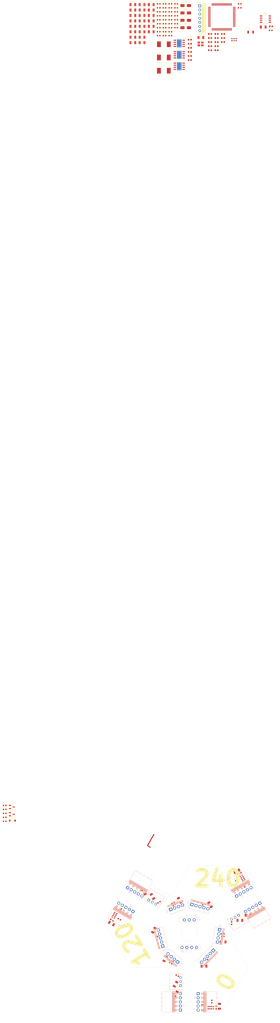
<source format=kicad_pcb>
(kicad_pcb (version 20241229) (generator "pcbnew") (generator_version "9.0")
  (layers (0 "F.Cu" signal) (2 "B.Cu" signal) (13 "F.Paste" user) (15 "B.Paste" user) (5 "F.SilkS" user "F.Silkscreen") (7 "B.SilkS" user "B.Silkscreen") (1 "F.Mask" user) (3 "B.Mask" user) (25 "Edge.Cuts" user))
  (net 0 "")
  (net 3 "/uc/OSCOUT")
  (net 4 "/uc/RST_PRG")
  (net 5 "/uc/OSCIN")
  (net 8 "Net-(C13-Pad1)")
  (net 9 "Net-(C14-Pad1)")
  (net 13 "Net-(C52-Pad1)")
  (net 14 "/uc/UART_TX_PRG")
  (net 17 "/uc/BOOT_PRG")
  (net 18 "/Side 0/lidar_pwr_3v3")
  (net 23 "/uc/SWDIO_PRG")
  (net 24 "/uc/SWCLK_PRG")
  (net 26 "/power/vbatt_meas_3v3")
  (net 28 "/uc/UART_RX_PRG")
  (net 30 "/power/lidar_ena_3v3")
  (net 32 "Net-(R33-Pad2)")
  (net 33 "Net-(R34-Pad1)")
  (net 40 "Net-(C53-Pad1)")
  (net 42 "/Side 0/lidar_tx_0_3v3")
  (net 44 "Net-(C54-Pad1)")
  (net 48 "/Side 120/neopixel_cmd_3v3")
  (net 51 "Net-(R36-Pad2)")
  (net 55 "Net-(R37-Pad1)")
  (net 56 "Net-(R39-Pad2)")
  (net 57 "Net-(R40-Pad1)")
  (net 58 "/com/CAN_H")
  (net 61 "GND")
  (net 62 "+3.3V")
  (net 63 "+5V")
  (net 64 "+3V3")
  (net 65 "+6V")
  (net 66 "+BATT")
  (net 67 "Net-(U6-SS)")
  (net 68 "Net-(U7-SS)")
  (net 69 "Net-(U8-SS)")
  (net 70 "Net-(U6-BOOT)")
  (net 71 "Net-(D2-K)")
  (net 72 "Net-(D3-K)")
  (net 73 "Net-(U7-BOOT)")
  (net 74 "Net-(U8-BOOT)")
  (net 75 "Net-(D4-K)")
  (net 76 "Net-(U2-Cat_L)")
  (net 77 "/Side 0/digital_servo_cmd_g_3v3")
  (net 78 "Net-(D1-A)")
  (net 79 "Net-(U3-Cat_L)")
  (net 80 "/com/CAN_L")
  (net 81 "Net-(Q19-G)")
  (net 82 "Net-(U5-STBY)")
  (net 83 "/power/en_5v")
  (net 84 "Net-(U6-RT{slash}SYNC)")
  (net 85 "Net-(U7-RT{slash}SYNC)")
  (net 86 "Net-(U8-RT{slash}SYNC)")
  (net 87 "Net-(U6-FB)")
  (net 88 "Net-(U4-Cat_L)")
  (net 89 "Net-(U7-FB)")
  (net 90 "Net-(U8-FB)")
  (net 91 "/Side 0/color_led_cmd_3v3")
  (net 92 "/Side 0/lidar_rx_1_3v3")
  (net 93 "/Side 240/scl_3v3")
  (net 94 "/Side 0/sda_3v3")
  (net 95 "/Side 240/irq_floor_3v3")
  (net 96 "/Side 120/lidar_tx_0_3v3")
  (net 97 "/Side 120/scl_3v3")
  (net 98 "/Side 240/neopixel_cmd_3v3")
  (net 99 "/Side 120/lidar_tx_1_3v3")
  (net 100 "/Side 0/irq_floor_3v3")
  (net 101 "/Side 120/lidar_rx_0_3v3")
  (net 102 "/Side 240/lidar_rx_0_3v3")
  (net 103 "/Side 120/sda_3v3")
  (net 104 "/Side 0/lidar_tx_1_3v3")
  (net 105 "/Side 0/digital_servo_cmd_3v3")
  (net 106 "/Side 0/neopixel_cmd_3v3")
  (net 107 "/Side 120/lidar_rx_1_3v3")
  (net 108 "/Side 120/irq_floor_3v3")
  (net 109 "/Side 0/lidar_rx_0_3v3")
  (net 110 "/Side 120/digital_servo_cmd_3v3")
  (net 111 "/Side 240/sda_3v3")
  (net 112 "/Side 240/digital_servo_cmd_3v3")
  (net 113 "/Side 0/lidar_ctrl_3v3")
  (net 114 "/Side 240/lidar_rx_1_3v3")
  (net 115 "/Side 240/lidar_tx_0_3v3")
  (net 116 "/Side 240/lidar_tx_1_3v3")
  (net 117 "/Side 0/scl_3v3")
  (net 118 "Net-(Q19-D)")
  (net 119 "/power/ena_vbatt_meas_3v3")
  (net 120 "Net-(Q20-D)")
  (net 121 "/com/can_rx_3v3")
  (net 122 "/com/can_tx_3v3")
  (footprint "cocotter_capacitors:C_0603_1608Metric" (layer "F.Cu") (at 162.795 -449.35)
    (property "Reference" "C4")
    (property "Value" "100nF 50V")
  )
  (footprint "cocotter_resistor:r0603_reflow" (layer "F.Cu") (at 138.33 -470.46)
    (property "Reference" "R39")
    (property "Value" "2k2 1%")
  )
  (footprint "cocotter_capacitors:C_1206_3216Metric" (layer "F.Cu") (at 120.855 -459.06)
    (property "Reference" "C57")
    (property "Value" "22µF 16V")
  )
  (footprint "cocotter_resistor:r0603_reflow" (layer "F.Cu") (at 134.73 -472.91)
    (property "Reference" "R29")
    (property "Value" "100k")
  )
  (footprint "cocotter_ic:VISHAY_VCNL4040_4X2X1.1" (layer "F.Cu") (at 163.2625 145.6 90)
    (property "Reference" "U2")
    (property "Value" "VCNL4040M3OE")
  )
  (footprint "cocotter_resistor:r0603_reflow" (layer "F.Cu") (at 139.736602 82.023274 -60)
    (property "Reference" "R14")
    (property "Value" "2k2 1%")
  )
  (footprint "cocotter_capacitors:C_1206_3216Metric" (layer "F.Cu") (at 159.05 120)
    (property "Reference" "C21")
    (property "Value" "10µF 35V")
  )
  (footprint "cocotter_capacitors:C_0603_1608Metric" (layer "F.Cu") (at 162.795 -454.37)
    (property "Reference" "C2")
    (property "Value" "18pF 50V")
  )
  (footprint "cocotter_resistor:r0603_reflow" (layer "F.Cu") (at 141.93 -465.56)
    (property "Reference" "R50")
    (property "Value" "0R")
  )
  (footprint "cocotter_diodes:D_SMA" (layer "F.Cu") (at 147.8 -458.21)
    (property "Reference" "D4")
    (property "Value" "SDT5A50SA-13")
  )
  (footprint "cocotter_capacitors:C_1206_3216Metric" (layer "F.Cu") (at 115.205 -459.06)
    (property "Reference" "C43")
    (property "Value" "10µF 35V")
  )
  (footprint "cocotter_capacitors:C_1206_3216Metric" (layer "F.Cu") (at 127.298592 77.080007 120)
    (property "Reference" "C29")
    (property "Value" "10µF 35V")
  )
  (footprint "cocotter_capacitors:C_0603_1608Metric" (layer "F.Cu") (at 150.335 -450.83)
    (property "Reference" "C46")
    (property "Value" "18nF 50V")
  )
  (footprint "Package_QFP:LQFP-100_14x14mm_P0.5mm" (layer "F.Cu") (at 170.045 -464.88)
    (property "Reference" "U1")
    (property "Value" "STM32H562VGTx")
  )
  (footprint "cocotter_capacitors:C_1206_3216Metric" (layer "F.Cu") (at 115.205 -455.71)
    (property "Reference" "C44")
    (property "Value" "10µF 35V")
  )
  (footprint "cocotter_capacitors:C_0603_1608Metric" (layer "F.Cu") (at 150.335 -440.79)
    (property "Reference" "C50")
    (property "Value" "100nF 50V")
  )
  (footprint "cocotter_capacitors:C_0603_1608Metric" (layer "F.Cu") (at 150.335 -445.81)
    (property "Reference" "C48")
    (property "Value" "18nF 50V")
  )
  (footprint "cocotter_resistor:r0603_reflow" (layer "F.Cu") (at 163.85 141.8 -90)
    (property "Reference" "R6")
    (property "Value" "2k2 1%")
  )
  (footprint "cocotter_capacitors:C_1206_3216Metric" (layer "F.Cu") (at 120.855 -469.11)
    (property "Reference" "C54")
    (property "Value" "22µF 16V")
  )
  (footprint "cocotter_resistor:r0603_reflow" (layer "F.Cu") (at 170.7 100.1 180)
    (property "Reference" "R4")
    (property "Value" "2k2 1%")
  )
  (footprint "cocotter_resistor:r0603_reflow" (layer "F.Cu") (at 142.579165 125.853262 -30)
    (property "Reference" "R10")
    (property "Value" "10k 1%")
  )
  (footprint "cocotter_resistor:r0603_reflow" (layer "F.Cu") (at 131.13 -453.31)
    (property "Reference" "R28")
    (property "Value" "100k")
  )
  (footprint "cocotter_resistor:r0603_reflow" (layer "F.Cu") (at 131.13 -465.56)
    (property "Reference" "R23")
    (property "Value" "100k")
  )
  (footprint "cocotter_capacitors:C_1206_3216Metric" (layer "F.Cu") (at 115.205 -449.01)
    (property "Reference" "C52")
    (property "Value" "22µF 16V")
  )
  (footprint "cocotter_capacitors:C_1206_3216Metric" (layer "F.Cu") (at 120.855 -455.71)
    (property "Reference" "C58")
    (property "Value" "22µF 16V")
  )
  (footprint "cocotter_capacitors:C_1206_3216Metric" (layer "F.Cu") (at 120.855 -462.41)
    (property "Reference" "C56")
    (property "Value" "22µF 16V")
  )
  (footprint "cocotter_resistor:r0603_reflow" (layer "F.Cu") (at 138.33 -455.76)
    (property "Reference" "R45")
    (property "Value" "0R")
  )
  (footprint "cocotter_capacitors:C_0603_1608Metric" (layer "F.Cu") (at 150.335 -443.3)
    (property "Reference" "C49")
    (property "Value" "100nF 50V")
  )
  (footprint "cocotter_resistor:r0603_reflow" (layer "F.Cu") (at 139.563398 117.876726 60)
    (property "Reference" "R9")
    (property "Value" "2k2 1%")
  )
  (footprint "cocotter_resistor:r0603_reflow" (layer "F.Cu") (at 134.73 -465.56)
    (property "Reference" "R32")
    (property "Value" "100k")
  )
  (footprint "cocotter_capacitors:C_1206_3216Metric" (layer "F.Cu") (at 185.43406 70.073591 -150)
    (property "Reference" "C32")
    (property "Value" "10µF 35V")
  )
  (footprint "cocotter_capacitors:C_1206_3216Metric" (layer "F.Cu") (at 181.2 91.8)
    (property "Reference" "C15")
    (property "Value" "10µF 35V")
  )
  (footprint "cocotter_ic:VISHAY_VCNL4040_4X2X1.1" (layer "F.Cu") (at 182.859508 65.714338 -150)
    (property "Reference" "U4")
    (property "Value" "VCNL4040M3OE")
  )
  (footprint "cocotter_resistor:r0603_reflow" (layer "F.Cu") (at 131.13 -468.01)
    (property "Reference" "R22")
    (property "Value" "10k 1%")
  )
  (footprint "cocotter_capacitors:C_1206_3216Metric" (layer "F.Cu") (at 179.411335 61.541927 -150)
    (property "Reference" "C34")
    (property "Value" "10µF 35V")
  )
  (footprint "cocotter_resistor:r0603_reflow" (layer "F.Cu") (at 131.13 -470.46)
    (property "Reference" "R21")
    (property "Value" "100k")
  )
  (footprint "cocotter_capacitors:C_0603_1608Metric" (layer "F.Cu") (at 170.815 -454.37)
    (property "Reference" "C12")
    (property "Value" "100nF 50V")
  )
  (footprint "cocotter_capacitors:C_1206_3216Metric" (layer "F.Cu") (at 195.575 -458.61)
    (property "Reference" "C36")
    (property "Value" "10µF 35V")
  )
  (footprint "cocotter_resistor:r0603_reflow" (layer "F.Cu") (at 138.33 -453.31)
    (property "Reference" "R46")
    (property "Value" "0R")
  )
  (footprint "cocotter_resistor:r0603_reflow" (layer "F.Cu") (at 141.93 -460.66)
    (property "Reference" "R52")
    (property "Value" "0R")
  )
  (footprint "cocotter_resistor:r0603_reflow" (layer "F.Cu") (at 170.7 101.6 180)
    (property "Reference" "R3")
    (property "Value" "2k2 1%")
  )
  (footprint "cocotter_resistor:r0603_reflow" (layer "F.Cu") (at 134.73 -453.31)
    (property "Reference" "R37")
    (property "Value" "10k 1%")
  )
  (footprint "cocotter_resistor:r1206_reflow" (layer "F.Cu") (at 187.825 -455.5)
    (property "Reference" "R19")
    (property "Value" "120R 1%")
  )
  (footprint "cocotter_ic:D0008A" (layer "F.Cu") (at 196.975 -463.51)
    (property "Reference" "U5")
    (property "Value" "TCAN1042DRQ1")
  )
  (footprint "cocotter_resistor:r0603_reflow" (layer "F.Cu") (at 138.33 -463.11)
    (property "Reference" "R42")
    (property "Value" "68k 1%")
  )
  (footprint "cocotter_capacitors:C_0603_1608Metric" (layer "F.Cu") (at 150.335 -448.32)
    (property "Reference" "C47")
    (property "Value" "18nF 50V")
  )
  (footprint "cocotter_resistor:r0603_reflow" (layer "F.Cu") (at 141.035641 81.273274 -60)
    (property "Reference" "R13")
    (property "Value" "2k2 1%")
  )
  (footprint "cocotter_resistor:r0603_reflow" (layer "F.Cu") (at 157.838105 81.675996 -60)
    (property "Reference" "R17")
    (property "Value" "10k 1%")
  )
  (footprint "cocotter_diodes:D_SMA" (layer "F.Cu") (at 147.8 -462.76)
    (property "Reference" "D3")
    (property "Value" "SDT5A50SA-13")
  )
  (footprint "cocotter_capacitors:C_0603_1608Metric" (layer "F.Cu") (at 166.805 -454.37)
    (property "Reference" "C7")
    (property "Value" "18pF 50V")
  )
  (footprint "cocotter_resistor:r0603_reflow" (layer "F.Cu") (at 134.73 -455.76)
    (property "Reference" "R36")
    (property "Value" "0R")
  )
  (footprint "cocotter_ic:DDA0008B" (layer "F.Cu") (at 143.805 -448.56)
    (property "Reference" "U6")
    (property "Value" "LV14340DDAR")
  )
  (footprint "cocotter_resistor:r0603_reflow" (layer "F.Cu") (at 130.211894 102.374003 60)
    (property "Reference" "R12")
    (property "Value" "10k 1%")
  )
  (footprint "cocotter_resistor:r0603_reflow" (layer "F.Cu") (at 141.93 -472.91)
    (property "Reference" "R47")
    (property "Value" "0R")
  )
  (footprint "cocotter_resistor:r0603_reflow" (layer "F.Cu") (at 138.33 -460.66)
    (property "Reference" "R43")
    (property "Value" "68k 1%")
  )
  (footprint "cocotter_resistor:r0603_reflow" (layer "F.Cu") (at 36.18 25.85)
    (property "Reference" "R73")
    (property "Value" "100k")
  )
  (footprint "cocotter_capacitors:C_1206_3216Metric" (layer "F.Cu") (at 157.165 -452.16)
    (property "Reference" "C1")
    (property "Value" "10µF 35V")
  )
  (footprint "Crystal:Crystal_SMD_3225-4Pin_3.2x2.5mm" (layer "F.Cu") (at 156.965 -448.21)
    (property "Reference" "Y1")
    (property "Value" "16MHz 9pF")
  )
  (footprint "cocotter_capacitors:C_1206_3216Metric" (layer "F.Cu") (at 106.36594 84.276407 -30)
    (property "Reference" "C26")
    (property "Value" "10µF 35V")
  )
  (footprint "cocotter_resistor:r0603_reflow" (layer "F.Cu") (at 131.13 -463.11)
    (property "Reference" "R24")
    (property "Value" "10k 1%")
  )
  (footprint "cocotter_resistor:r0603_reflow" (layer "F.Cu") (at 141.93 -470.46)
    (property "Reference" "R48")
    (property "Value" "0R")
  )
  (footprint "cocotter_capacitors:C_0603_1608Metric" (layer "F.Cu") (at 150.335 -438.28)
    (property "Reference" "C51")
    (property "Value" "100nF 50V")
  )
  (footprint "cocotter_capacitors:C_1206_3216Metric" (layer "F.Cu") (at 168.6 144.7 90)
    (property "Reference" "C17")
    (property "Value" "10µF 35V")
  )
  (footprint "cocotter_capacitors:C_1206_3216Metric" (layer "F.Cu") (at 122.02731 74.34988 120)
    (property "Reference" "C33")
    (property "Value" "10µF 35V")
  )
  (footprint "cocotter_resistor:r0603_reflow" (layer "F.Cu") (at 131.13 -455.76)
    (property "Reference" "R27")
    (property "Value" "100k")
  )
  (footprint "cocotter_resistor:r0603_reflow" (layer "F.Cu") (at 141.93 -468.01)
    (property "Reference" "R49")
    (property "Value" "0R")
  )
  (footprint "cocotter_capacitors:C_0603_1608Metric" (layer "F.Cu") (at 166.805 -449.35)
    (property "Reference" "C9")
    (property "Value" "100nF 50V")
  )
  (footprint "cocotter_capacitors:C_1206_3216Metric" (layer "F.Cu") (at 120.855 -465.76)
    (property "Reference" "C55")
    (property "Value" "22µF 16V")
  )
  (footprint "cocotter_capacitors:C_0603_1608Metric" (layer "F.Cu") (at 166.805 -446.84)
    (property "Reference" "C10")
    (property "Value" "100nF 50V")
  )
  (footprint "cocotter_inductors:BMRx00060630" (layer "F.Cu") (at 134.405 -431.66)
    (property "Reference" "L3")
    (property "Value" "6.8µH")
  )
  (footprint "cocotter_capacitors:C_1206_3216Metric" (layer "F.Cu") (at 115.205 -469.11)
    (property "Reference" "C40")
    (property "Value" "10µF 35V")
  )
  (footprint "cocotter_resistor:r0603_reflow" (layer "F.Cu") (at 138.33 -468.01)
    (property "Reference" "R40")
    (property "Value" "2k2 1%")
  )
  (footprint "cocotter_resistor:r0603_reflow" (layer "F.Cu") (at 181.1 -472.91)
    (property "Reference" "R1")
    (property "Value" "10k 1%")
  )
  (footprint "cocotter_resistor:r0603_reflow" (layer "F.Cu") (at 36.18 20.95)
    (property "Reference" "R71")
    (property "Value" "100k")
  )
  (footprint "cocotter_capacitors:C_0603_1608Metric" (layer "F.Cu") (at 162.795 -451.86)
    (property "Reference" "C3")
    (property "Value" "100nF 50V")
  )
  (footprint "cocotter_capacitors:C_1206_3216Metric" (layer "F.Cu") (at 126.505 -469.11)
    (property "Reference" "C62")
    (property "Value" "22µF 16V")
  )
  (footprint "cocotter_capacitors:C_1206_3216Metric" (layer "F.Cu") (at 115.205 -472.46)
    (property "Reference" "C39")
    (property "Value" "10µF 35V")
  )
  (footprint "cocotter_resistor:r0603_reflow" (layer "F.Cu") (at 106.875138 91.094451 150)
    (property "Reference" "R11")
    (property "Value" "2k2 1%")
  )
  (footprint "cocotter_capacitors:C_1206_3216Metric" (layer "F.Cu") (at 120.855 -472.46)
    (property "Reference" "C53")
    (property "Value" "22µF 16V")
  )
  (footprint "cocotter_resistor:r0603_reflow" (layer "F.Cu") (at 131.13 -472.91)
    (property "Reference" "R20")
    (property "Value" "10k 1%")
  )
  (footprint "cocotter_transistors:SOT-23-3" (layer "F.Cu") (at 40.555 21.95)
    (property "Reference" "Q19")
    (property "Value" "BSS84")
  )
  (footprint "cocotter_capacitors:C_1206_3216Metric" (layer "F.Cu") (at 162.795508 82.16247 120)
    (property "Reference" "C35")
    (property "Value" "10µF 35V")
  )
  (footprint "cocotter_capacitors:C_1206_3216Metric" (layer "F.Cu") (at 141.772689 137.05012 -120)
    (property "Reference" "C25")
    (property "Value" "10µF 35V")
  )
  (footprint "cocotter_transistors:SOT-23-3" (layer "F.Cu") (at 40.555 26.4)
    (property "Reference" "Q20")
    (property "Value" "2N7002")
  )
  (footprint "cocotter_resistor:r0603_reflow" (layer "F.Cu") (at 36.18 28.3)
    (property "Reference" "R74")
    (property "Value" "2k2 1%")
  )
  (footprint "cocotter_capacitors:C_0603_1608Metric" (layer "F.Cu") (at 181.104156 62.873978 -150)
    (property "Reference" "C30")
    (property "Value" "100nF 50V")
  )
  (footprint "cocotter_capacitors:C_1206_3216Metric" (layer "F.Cu") (at 126.505 -455.71)
    (property "Reference" "C66")
    (property "Value" "22µF 16V")
  )
  (footprint "cocotter_capacitors:C_0603_1608Metric" (layer "F.Cu") (at 200.405 -459.03)
    (property "Reference" "C37")
    (property "Value" "100nF 50V")
  )
  (footprint "Connector:Tag-Connect_TC2030-IDC-FP_2x03_P1.27mm_Vertical" (layer "F.Cu") (at 177.595 -450.85)
    (property "Reference" "J2")
    (property "Value" "Conn_ARM_SWD_TagConnect_TC2030")
  )
  (footprint "cocotter_capacitors:C_1206_3216Metric" (layer "F.Cu") (at 126.505 -462.41)
    (property "Reference" "C64")
    (property "Value" "22µF 16V")
  )
  (footprint "cocotter_resistor:r0603_reflow" (layer "F.Cu") (at 181.1 -470.46)
    (property "Reference" "R2")
    (property "Value" "10k 1%")
  )
  (footprint "cocotter_capacitors:C_1206_3216Metric" (layer "F.Cu") (at 141.501408 131.119992 -120)
    (property "Reference" "C22")
    (property "Value" "10µF 35V")
  )
  (footprint "cocotter_resistor:r0603_reflow" (layer "F.Cu") (at 36.18 30.75)
    (property "Reference" "R75")
    (property "Value" "10k 1%")
  )
  (footprint "cocotter_resistor:r0603_reflow" (layer "F.Cu") (at 179.274862 67.105548 30)
    (property "Reference" "R16")
    (property "Value" "2k2 1%")
  )
  (footprint "cocotter_ic:DDA0008B" (layer "F.Cu") (at 143.805 -434.46)
    (property "Reference" "U8")
    (property "Value" "LV14340DDAR")
  )
  (footprint "cocotter_resistor:r0603_reflow" (layer "F.Cu") (at 200.2 -456.55)
    (property "Reference" "R18")
    (property "Value" "100k")
  )
  (footprint "cocotter_inductors:BMRx00060630" (layer "F.Cu") (at 134.405 -439.81)
    (property "Reference" "L2")
    (property "Value" "6.8µH")
  )
  (footprint "cocotter_inductors:BMRx00060630" (layer "F.Cu") (at 134.405 -447.96)
    (property "Reference" "L1")
    (property "Value" "6.8µH")
  )
  (footprint "cocotter_capacitors:C_0603_1608Metric" (layer "F.Cu") (at 166.805 -451.86)
    (property "Reference" "C8")
    (property "Value" "100nF 50V")
  )
  (footprint "cocotter_capacitors:C_1206_3216Metric" (layer "F.Cu") (at 126.505 -465.76)
    (property "Reference" "C63")
    (property "Value" "22µF 16V")
  )
  (footprint "cocotter_capacitors:C_0603_1608Metric" (layer "F.Cu") (at 166.805 -444.33)
    (property "Reference" "C11")
    (property "Value" "100nF 50V")
  )
  (footprint "cocotter_capacitors:C_0603_1608Metric" (layer "F.Cu") (at 102.295844 91.626021 -30)
    (property "Reference" "C23")
    (property "Value" "100nF 50V")
  )
  (footprint "cocotter_capacitors:C_1206_3216Metric" (layer "F.Cu") (at 126.505 -472.46)
    (property "Reference" "C61")
    (property "Value" "22µF 16V")
  )
  (footprint "cocotter_resistor:r0603_reflow" (layer "F.Cu") (at 134.73 -460.66)
    (property "Reference" "R34")
    (property "Value" "2k2 1%")
  )
  (footprint "cocotter_capacitors:C_1206_3216Metric" (layer "F.Cu") (at 120.855 -452.36)
    (property "Reference" "C59")
    (property "Value" "22µF 16V")
  )
  (footprint "cocotter_capacitors:C_0603_1608Metric" (layer "F.Cu") (at 166.6 145.5 90)
    (property "Reference" "C16")
    (property "Value" "100nF 50V")
  )
  (footprint "cocotter_resistor:r0603_reflow" (layer "F.Cu") (at 176.1 93.5 90)
    (property "Reference" "R5")
    (property "Value" "10k 1%")
  )
  (footprint "cocotter_capacitors:C_0603_1608Metric" (layer "F.Cu") (at 162.795 -446.84)
    (property "Reference" "C5")
    (property "Value" "100nF 50V")
  )
  (footprint "cocotter_resistor:r0603_reflow" (layer "F.Cu") (at 131.13 -458.21)
    (property "Reference" "R26")
    (property "Value" "10k 1%")
  )
  (footprint "cocotter_capacitors:C_1206_3216Metric" (layer "F.Cu") (at 115.205 -462.41)
    (property "Reference" "C42")
    (property "Value" "10µF 35V")
  )
  (footprint "cocotter_capacitors:C_1206_3216Metric" (layer "F.Cu") (at 115.205 -465.76)
    (property "Reference" "C41")
    (property "Value" "10µF 35V")
  )
  (footprint "cocotter_capacitors:C_1206_3216Metric" (layer "F.Cu") (at 158.2 145.65 90)
    (property "Reference" "C19")
    (property "Value" "10µF 35V")
  )
  (footprint "cocotter_ic:VISHAY_VCNL4040_4X2X1.1" (layer "F.Cu") (at 103.877992 88.685662 -30)
    (property "Reference" "U3")
    (property "Value" "VCNL4040M3OE")
  )
  (footprint "cocotter_capacitors:C_1206_3216Metric" (layer "F.Cu") (at 115.205 -452.36)
    (property "Reference" "C45")
    (property "Value" "10µF 35V")
  )
  (footprint "cocotter_resistor:r0603_reflow" (layer "F.Cu") (at 138.33 -465.56)
    (property "Reference" "R41")
    (property "Value" "10k 1%")
  )
  (footprint "cocotter_capacitors:C_1206_3216Metric" (layer "F.Cu") (at 101.988664 93.758073 -30)
    (property "Reference" "C24")
    (property "Value" "10µF 35V")
  )
  (footprint "cocotter_capacitors:C_0603_1608Metric" (layer "F.Cu") (at 162.795 -444.33)
    (property "Reference" "C6")
    (property "Value" "100nF 50V")
  )
  (footprint "cocotter_resistor:r0603_reflow" (layer "F.Cu") (at 141.93 -458.21)
    (property "Reference" "R53")
    (property "Value" "0R")
  )
  (footprint "cocotter_capacitors:C_0603_1608Metric" (layer "F.Cu") (at 170.815 -451.86)
    (property "Reference" "C13")
    (property "Value" "2.2uF 16V")
  )
  (footprint "cocotter_resistor:r0603_reflow" (layer "F.Cu") (at 161.95 115.95 180)
    (property "Reference" "R7")
    (property "Value" "10k 1%")
  )
  (footprint "cocotter_connectors:eps32_uart_programmer" (layer "F.Cu") (at 156.465 -471.66)
    (property "Reference" "J1")
    (property "Value" "~")
  )
  (footprint "cocotter_resistor:r0603_reflow" (layer "F.Cu") (at 131.320835 80.646736 -150)
    (property "Reference" "R15")
    (property "Value" "10k 1%")
  )
  (footprint "cocotter_resistor:r0603_reflow" (layer "F.Cu") (at 134.73 -470.46)
    (property "Reference" "R30")
    (property "Value" "100k")
  )
  (footprint "cocotter_capacitors:C_1206_3216Metric" (layer "F.Cu") (at 143.991729 79.39337 120)
    (property "Reference" "C31")
    (property "Value" "10µF 35V")
  )
  (footprint "cocotter_diodes:D_SMA" (layer "F.Cu") (at 147.8 -471.86)
    (property "Reference" "D1")
    (property "Value" "SDT5A50SA-13")
  )
  (footprint "cocotter_diodes:D_SMA" (layer "F.Cu") (at 147.8 -467.31)
    (property "Reference" "D2")
    (property "Value" "SDT5A50SA-13")
  )
  (footprint "cocotter_capacitors:C_0603_1608Metric" (layer "F.Cu") (at 170.815 -449.35)
    (property "Reference" "C14")
    (property "Value" "2.2uF 16V")
  )
  (footprint "cocotter_resistor:r0603_reflow" (layer "F.Cu") (at 134.73 -458.21)
    (property "Reference" "R35")
    (property "Value" "10k 1%")
  )
  (footprint "cocotter_capacitors:C_1206_3216Metric" (layer "F.Cu") (at 128.154492 97.837529 -120)
    (property "Reference" "C28")
    (property "Value" "10µF 35V")
  )
  (footprint "cocotter_capacitors:C_1206_3216Metric" (layer "F.Cu") (at 120.855 -449.01)
    (property "Reference" "C60")
    (property "Value" "22µF 16V")
  )
  (footprint "cocotter_resistor:r0603_reflow" (layer "F.Cu") (at 138.33 -472.91)
    (property "Reference" "R38")
    (property "Value" "10k 1%")
  )
  (footprint "cocotter_capacitors:C_1206_3216Metric" (layer "F.Cu") (at 170.85 105.1)
    (property "Reference" "C20")
    (property "Value" "10µF 35V")
  )
  (footprint "cocotter_capacitors:C_1206_3216Metric" (layer "F.Cu") (at 186.2 88.6)
    (property "Reference" "C18")
    (property "Value" "10µF 35V")
  )
  (footprint "cocotter_resistor:r0603_reflow" (layer "F.Cu") (at 131.13 -460.66)
    (property "Reference" "R25")
    (property "Value" "100k")
  )
  (footprint "cocotter_resistor:r0603_reflow" (layer "F.Cu") (at 36.18 23.4)
    (property "Reference" "R72")
    (property "Value" "100k")
  )
  (footprint "cocotter_resistor:r0603_reflow" (layer "F.Cu") (at 134.73 -468.01)
    (property "Reference" "R31")
    (property "Value" "100k")
  )
  (footprint "cocotter_capacitors:C_1206_3216Metric" (layer "F.Cu") (at 126.505 -459.06)
    (property "Reference" "C65")
    (property "Value" "22µF 16V")
  )
  (footprint "cocotter_resistor:r0603_reflow" (layer "F.Cu") (at 141.93 -463.11)
    (property "Reference" "R51")
    (property "Value" "0R")
  )
  (footprint "cocotter_resistor:r0603_reflow" (layer "F.Cu") (at 134.73 -463.11)
    (property "Reference" "R33")
    (property "Value" "0R")
  )
  (footprint "cocotter_capacitors:C_1206_3216Metric" (layer "F.Cu") (at 135.15827 115.50663 -120)
    (property "Reference" "C27")
    (property "Value" "10µF 35V")
  )
  (footprint "cocotter_diodes:D_SOD-123" (layer "F.Cu") (at 40.9 30.3)
    (property "Reference" "D13")
    (property "Value" "DSK34")
  )
  (footprint "cocotter_resistor:r0603_reflow" (layer "F.Cu") (at 138.264359 117.126725 60)
    (property "Reference" "R8")
    (property "Value" "2k2 1%")
  )
  (footprint "cocotter_ic:DDA0008B" (layer "F.Cu") (at 143.805 -441.51)
    (property "Reference" "U7")
    (property "Value" "LV14340DDAR")
  )
  (footprint "cocotter_resistor:r0603_reflow" (layer "F.Cu") (at 138.33 -458.21)
    (property "Reference" "R44")
    (property "Value" "100k")
  )
  (footprint "cocotter_connectors:22053051" (layer "B.Cu") (at 155.5 142 -90)
    (property "Reference" "J5")
    (property "Value" "22053051")
  )
  (footprint "cocotter_connectors:5264-3P" (layer "B.Cu") (at 178.25 89.974135 120)
    (property "Reference" "J3")
    (property "Value" "5264-3P")
  )
  (footprint "cocotter_connectors:5264-3P" (layer "B.Cu") (at 127.192346 80.547714 -120)
    (property "Reference" "J13")
    (property "Value" "5264-3P")
  )
  (footprint "cocotter_connectors:2-1445051-3" (layer "B.Cu") (at 150 91.5 180)
    (property "Reference" "J18")
    (property "Value" "2-1445051-3")
  )
  (footprint "cocotter_connectors:5264-3P" (layer "B.Cu") (at 144.557654 129.47815)
    (property "Reference" "J8")
    (property "Value" "5264-3P")
  )
  (footprint "cocotter_connectors:22272051" (layer "B.Cu") (at 156.52975 83.30196 -105)
    (property "Reference" "J17")
    (property "Value" "22272051")
  )
  (footprint "cocotter_connectors:22272041" (layer "B.Cu") (at 142.158256 83.719112 -70)
    (property "Reference" "J16")
    (property "Value" "22272041")
  )
  (footprint "cocotter_connectors:22053051" (layer "B.Cu") (at 183.623067 74.23686 30)
    (property "Reference" "J15")
    (property "Value" "22053051")
  )
  (footprint "cocotter_connectors:22272051" (layer "B.Cu") (at 132.274199 102.69409 15)
    (property "Reference" "J12")
    (property "Value" "22272051")
  )
  (footprint "cocotter_connectors:22053051" (layer "B.Cu") (at 116.376933 74.23686 -30)
    (property "Reference" "J14")
    (property "Value" "22053051")
  )
  (footprint "cocotter_connectors:22272041" (layer "B.Cu") (at 139.82121 114.931592 50)
    (property "Reference" "J11")
    (property "Value" "22272041")
  )
  (footprint "cocotter_connectors:2-1445051-4" (layer "B.Cu") (at 150 108.5)
    (property "Reference" "J19")
    (property "Value" "2-1445051-4")
  )
  (footprint "cocotter_connectors:22053051" (layer "B.Cu") (at 110.876933 83.763139 150)
    (property "Reference" "J9")
    (property "Value" "22053051")
  )
  (footprint "cocotter_connectors:22272051" (layer "B.Cu") (at 161.196051 114.003949 135)
    (property "Reference" "J7")
    (property "Value" "22272051")
  )
  (footprint "cocotter_connectors:22053051" (layer "B.Cu") (at 144.5 142 90)
    (property "Reference" "J10")
    (property "Value" "22053051")
  )
  (footprint "cocotter_connectors:22053051" (layer "B.Cu") (at 189.123067 83.76314 -150)
    (property "Reference" "J4")
    (property "Value" "22053051")
  )
  (footprint "cocotter_connectors:22272041" (layer "B.Cu") (at 168.020534 101.349294 170)
    (property "Reference" "J6")
    (property "Value" "22272041")
  )
  (gr_line (start 139.061533 77.159138) (end 114.721938 63.106553) (stroke (width 0.05)) (layer "Edge.Cuts"))
  (gr_line (start 199.589693 87.895026) (end 182.435245 58.179492) (stroke (width 0.05)) (layer "Edge.Cuts"))
  (gr_line (start 186.208039 120.927532) (end 175.25 101.947441) (stroke (width 0.05)) (layer "Edge.Cuts"))
  (gr_line (start 113.772206 120.893316) (end 97.564755 92.820508) (stroke (width 0.05)) (layer "Edge.Cuts"))
  (gr_line (start 150.019755 58.179152) (end 182.435245 58.179492) (stroke (width 0.05)) (layer "Edge.Cuts"))
  (gr_line (start 175.25 101.947441) (end 199.589693 87.895026) (stroke (width 0.05)) (layer "Edge.Cuts"))
  (gr_line (start 135.688368 148.998421) (end 169.999999 149) (stroke (width 0.05)) (layer "Edge.Cuts"))
  (gr_line (start 150.019755 58.179152) (end 139.061534 77.159138) (stroke (width 0.05)) (layer "Edge.Cuts"))
  (gr_circle (center 150 100) (end 155 100) (stroke (width 0.05)) (fill no) (layer "Edge.Cuts"))
  (gr_circle (center 150 143.3) (end 151.75 143.3) (stroke (width 0.05)) (fill no) (layer "Edge.Cuts"))
  (gr_circle (center 112.5011 78.35) (end 111.6261 79.865544) (stroke (width 0.05)) (fill no) (layer "Edge.Cuts"))
  (gr_line (start 135.688467 120.893421) (end 135.688369 148.998421) (stroke (width 0.05)) (layer "Edge.Cuts"))
  (gr_line (start 186.208039 120.927532) (end 170 149) (stroke (width 0.05)) (layer "Edge.Cuts"))
  (gr_circle (center 187.4989 78.35) (end 186.6239 76.834456) (stroke (width 0.05)) (fill no) (layer "Edge.Cuts"))
  (gr_line (start 114.721939 63.106553) (end 97.564756 92.820508) (stroke (width 0.05)) (layer "Edge.Cuts"))
  (gr_line (start 113.772206 120.893316) (end 135.688466 120.893421) (stroke (width 0.05)) (layer "Edge.Cuts"))
  (gr_text "0" (at 169.95 121.1 -120) (layer "F.SilkS") (effects (font (size 10 10) (thickness 2) (bold yes)) (justify left bottom)))
  (gr_text "120" (at 127.75 116.85 120) (layer "F.SilkS") (effects (font (size 10 10) (thickness 2) (bold yes)) (justify left bottom)))
  (gr_text "240" (at 151.95 71.8 0) (layer "F.SilkS") (effects (font (size 10 10) (thickness 2) (bold yes)) (justify left bottom)))
  (segment (start 128.193486 38.831564) (end 124.33652 45.512025) (width 0.6) (layer "F.Cu") (net 61))
  (segment (start 124.33652 45.512025) (end 124.455687 45.956759) (width 0.6) (layer "F.Cu") (net 61))
  (segment (start 124.455687 45.956759) (end 125.819185 46.743975) (width 0.6) (layer "F.Cu") (net 61))
)
</source>
